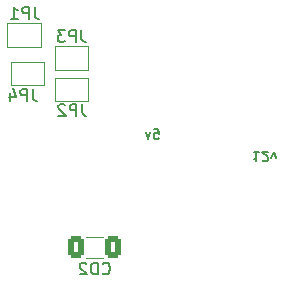
<source format=gbr>
%TF.GenerationSoftware,KiCad,Pcbnew,8.0.3-unknown-202406152119~3f4dc01d97~ubuntu22.04.1*%
%TF.CreationDate,2024-06-18T16:57:28+05:30*%
%TF.ProjectId,SDR-Board,5344522d-426f-4617-9264-2e6b69636164,rev?*%
%TF.SameCoordinates,Original*%
%TF.FileFunction,Legend,Bot*%
%TF.FilePolarity,Positive*%
%FSLAX46Y46*%
G04 Gerber Fmt 4.6, Leading zero omitted, Abs format (unit mm)*
G04 Created by KiCad (PCBNEW 8.0.3-unknown-202406152119~3f4dc01d97~ubuntu22.04.1) date 2024-06-18 16:57:28*
%MOMM*%
%LPD*%
G01*
G04 APERTURE LIST*
G04 Aperture macros list*
%AMRoundRect*
0 Rectangle with rounded corners*
0 $1 Rounding radius*
0 $2 $3 $4 $5 $6 $7 $8 $9 X,Y pos of 4 corners*
0 Add a 4 corners polygon primitive as box body*
4,1,4,$2,$3,$4,$5,$6,$7,$8,$9,$2,$3,0*
0 Add four circle primitives for the rounded corners*
1,1,$1+$1,$2,$3*
1,1,$1+$1,$4,$5*
1,1,$1+$1,$6,$7*
1,1,$1+$1,$8,$9*
0 Add four rect primitives between the rounded corners*
20,1,$1+$1,$2,$3,$4,$5,0*
20,1,$1+$1,$4,$5,$6,$7,0*
20,1,$1+$1,$6,$7,$8,$9,0*
20,1,$1+$1,$8,$9,$2,$3,0*%
%AMFreePoly0*
4,1,6,1.000000,0.000000,0.500000,-0.750000,-0.500000,-0.750000,-0.500000,0.750000,0.500000,0.750000,1.000000,0.000000,1.000000,0.000000,$1*%
%AMFreePoly1*
4,1,6,0.500000,-0.750000,-0.650000,-0.750000,-0.150000,0.000000,-0.650000,0.750000,0.500000,0.750000,0.500000,-0.750000,0.500000,-0.750000,$1*%
G04 Aperture macros list end*
%ADD10C,0.200000*%
%ADD11C,0.150000*%
%ADD12C,0.120000*%
%ADD13C,1.600000*%
%ADD14C,0.800000*%
%ADD15C,6.400000*%
%ADD16R,1.700000X1.700000*%
%ADD17O,1.700000X1.700000*%
%ADD18C,1.800000*%
%ADD19RoundRect,0.250000X0.425000X1.600000X-0.425000X1.600000X-0.425000X-1.600000X0.425000X-1.600000X0*%
%ADD20R,1.600000X1.600000*%
%ADD21O,1.600000X1.600000*%
%ADD22RoundRect,0.250000X-1.600000X0.425000X-1.600000X-0.425000X1.600000X-0.425000X1.600000X0.425000X0*%
%ADD23FreePoly0,0.000000*%
%ADD24FreePoly1,0.000000*%
%ADD25FreePoly0,180.000000*%
%ADD26FreePoly1,180.000000*%
%ADD27RoundRect,0.250000X0.412500X0.650000X-0.412500X0.650000X-0.412500X-0.650000X0.412500X-0.650000X0*%
G04 APERTURE END LIST*
D10*
X125311101Y-76918304D02*
X124853958Y-76918304D01*
X125082530Y-76918304D02*
X125082530Y-77718304D01*
X125082530Y-77718304D02*
X125006339Y-77604019D01*
X125006339Y-77604019D02*
X124930149Y-77527828D01*
X124930149Y-77527828D02*
X124853958Y-77489733D01*
X125615863Y-77642114D02*
X125653959Y-77680209D01*
X125653959Y-77680209D02*
X125730149Y-77718304D01*
X125730149Y-77718304D02*
X125920625Y-77718304D01*
X125920625Y-77718304D02*
X125996816Y-77680209D01*
X125996816Y-77680209D02*
X126034911Y-77642114D01*
X126034911Y-77642114D02*
X126073006Y-77565923D01*
X126073006Y-77565923D02*
X126073006Y-77489733D01*
X126073006Y-77489733D02*
X126034911Y-77375447D01*
X126034911Y-77375447D02*
X125577768Y-76918304D01*
X125577768Y-76918304D02*
X126073006Y-76918304D01*
X126339673Y-77451638D02*
X126530149Y-76918304D01*
X126530149Y-76918304D02*
X126720626Y-77451638D01*
X116406993Y-74991695D02*
X116787945Y-74991695D01*
X116787945Y-74991695D02*
X116826041Y-75372647D01*
X116826041Y-75372647D02*
X116787945Y-75334552D01*
X116787945Y-75334552D02*
X116711755Y-75296457D01*
X116711755Y-75296457D02*
X116521279Y-75296457D01*
X116521279Y-75296457D02*
X116445088Y-75334552D01*
X116445088Y-75334552D02*
X116406993Y-75372647D01*
X116406993Y-75372647D02*
X116368898Y-75448838D01*
X116368898Y-75448838D02*
X116368898Y-75639314D01*
X116368898Y-75639314D02*
X116406993Y-75715504D01*
X116406993Y-75715504D02*
X116445088Y-75753600D01*
X116445088Y-75753600D02*
X116521279Y-75791695D01*
X116521279Y-75791695D02*
X116711755Y-75791695D01*
X116711755Y-75791695D02*
X116787945Y-75753600D01*
X116787945Y-75753600D02*
X116826041Y-75715504D01*
X116102231Y-75258361D02*
X115911755Y-75791695D01*
X115911755Y-75791695D02*
X115721278Y-75258361D01*
D11*
X110313333Y-72874819D02*
X110313333Y-73589104D01*
X110313333Y-73589104D02*
X110360952Y-73731961D01*
X110360952Y-73731961D02*
X110456190Y-73827200D01*
X110456190Y-73827200D02*
X110599047Y-73874819D01*
X110599047Y-73874819D02*
X110694285Y-73874819D01*
X109837142Y-73874819D02*
X109837142Y-72874819D01*
X109837142Y-72874819D02*
X109456190Y-72874819D01*
X109456190Y-72874819D02*
X109360952Y-72922438D01*
X109360952Y-72922438D02*
X109313333Y-72970057D01*
X109313333Y-72970057D02*
X109265714Y-73065295D01*
X109265714Y-73065295D02*
X109265714Y-73208152D01*
X109265714Y-73208152D02*
X109313333Y-73303390D01*
X109313333Y-73303390D02*
X109360952Y-73351009D01*
X109360952Y-73351009D02*
X109456190Y-73398628D01*
X109456190Y-73398628D02*
X109837142Y-73398628D01*
X108884761Y-72970057D02*
X108837142Y-72922438D01*
X108837142Y-72922438D02*
X108741904Y-72874819D01*
X108741904Y-72874819D02*
X108503809Y-72874819D01*
X108503809Y-72874819D02*
X108408571Y-72922438D01*
X108408571Y-72922438D02*
X108360952Y-72970057D01*
X108360952Y-72970057D02*
X108313333Y-73065295D01*
X108313333Y-73065295D02*
X108313333Y-73160533D01*
X108313333Y-73160533D02*
X108360952Y-73303390D01*
X108360952Y-73303390D02*
X108932380Y-73874819D01*
X108932380Y-73874819D02*
X108313333Y-73874819D01*
X106303333Y-64654819D02*
X106303333Y-65369104D01*
X106303333Y-65369104D02*
X106350952Y-65511961D01*
X106350952Y-65511961D02*
X106446190Y-65607200D01*
X106446190Y-65607200D02*
X106589047Y-65654819D01*
X106589047Y-65654819D02*
X106684285Y-65654819D01*
X105827142Y-65654819D02*
X105827142Y-64654819D01*
X105827142Y-64654819D02*
X105446190Y-64654819D01*
X105446190Y-64654819D02*
X105350952Y-64702438D01*
X105350952Y-64702438D02*
X105303333Y-64750057D01*
X105303333Y-64750057D02*
X105255714Y-64845295D01*
X105255714Y-64845295D02*
X105255714Y-64988152D01*
X105255714Y-64988152D02*
X105303333Y-65083390D01*
X105303333Y-65083390D02*
X105350952Y-65131009D01*
X105350952Y-65131009D02*
X105446190Y-65178628D01*
X105446190Y-65178628D02*
X105827142Y-65178628D01*
X104303333Y-65654819D02*
X104874761Y-65654819D01*
X104589047Y-65654819D02*
X104589047Y-64654819D01*
X104589047Y-64654819D02*
X104684285Y-64797676D01*
X104684285Y-64797676D02*
X104779523Y-64892914D01*
X104779523Y-64892914D02*
X104874761Y-64940533D01*
X112056666Y-87199580D02*
X112104285Y-87247200D01*
X112104285Y-87247200D02*
X112247142Y-87294819D01*
X112247142Y-87294819D02*
X112342380Y-87294819D01*
X112342380Y-87294819D02*
X112485237Y-87247200D01*
X112485237Y-87247200D02*
X112580475Y-87151961D01*
X112580475Y-87151961D02*
X112628094Y-87056723D01*
X112628094Y-87056723D02*
X112675713Y-86866247D01*
X112675713Y-86866247D02*
X112675713Y-86723390D01*
X112675713Y-86723390D02*
X112628094Y-86532914D01*
X112628094Y-86532914D02*
X112580475Y-86437676D01*
X112580475Y-86437676D02*
X112485237Y-86342438D01*
X112485237Y-86342438D02*
X112342380Y-86294819D01*
X112342380Y-86294819D02*
X112247142Y-86294819D01*
X112247142Y-86294819D02*
X112104285Y-86342438D01*
X112104285Y-86342438D02*
X112056666Y-86390057D01*
X111628094Y-87294819D02*
X111628094Y-86294819D01*
X111628094Y-86294819D02*
X111389999Y-86294819D01*
X111389999Y-86294819D02*
X111247142Y-86342438D01*
X111247142Y-86342438D02*
X111151904Y-86437676D01*
X111151904Y-86437676D02*
X111104285Y-86532914D01*
X111104285Y-86532914D02*
X111056666Y-86723390D01*
X111056666Y-86723390D02*
X111056666Y-86866247D01*
X111056666Y-86866247D02*
X111104285Y-87056723D01*
X111104285Y-87056723D02*
X111151904Y-87151961D01*
X111151904Y-87151961D02*
X111247142Y-87247200D01*
X111247142Y-87247200D02*
X111389999Y-87294819D01*
X111389999Y-87294819D02*
X111628094Y-87294819D01*
X110675713Y-86390057D02*
X110628094Y-86342438D01*
X110628094Y-86342438D02*
X110532856Y-86294819D01*
X110532856Y-86294819D02*
X110294761Y-86294819D01*
X110294761Y-86294819D02*
X110199523Y-86342438D01*
X110199523Y-86342438D02*
X110151904Y-86390057D01*
X110151904Y-86390057D02*
X110104285Y-86485295D01*
X110104285Y-86485295D02*
X110104285Y-86580533D01*
X110104285Y-86580533D02*
X110151904Y-86723390D01*
X110151904Y-86723390D02*
X110723332Y-87294819D01*
X110723332Y-87294819D02*
X110104285Y-87294819D01*
X110243333Y-66614819D02*
X110243333Y-67329104D01*
X110243333Y-67329104D02*
X110290952Y-67471961D01*
X110290952Y-67471961D02*
X110386190Y-67567200D01*
X110386190Y-67567200D02*
X110529047Y-67614819D01*
X110529047Y-67614819D02*
X110624285Y-67614819D01*
X109767142Y-67614819D02*
X109767142Y-66614819D01*
X109767142Y-66614819D02*
X109386190Y-66614819D01*
X109386190Y-66614819D02*
X109290952Y-66662438D01*
X109290952Y-66662438D02*
X109243333Y-66710057D01*
X109243333Y-66710057D02*
X109195714Y-66805295D01*
X109195714Y-66805295D02*
X109195714Y-66948152D01*
X109195714Y-66948152D02*
X109243333Y-67043390D01*
X109243333Y-67043390D02*
X109290952Y-67091009D01*
X109290952Y-67091009D02*
X109386190Y-67138628D01*
X109386190Y-67138628D02*
X109767142Y-67138628D01*
X108862380Y-66614819D02*
X108243333Y-66614819D01*
X108243333Y-66614819D02*
X108576666Y-66995771D01*
X108576666Y-66995771D02*
X108433809Y-66995771D01*
X108433809Y-66995771D02*
X108338571Y-67043390D01*
X108338571Y-67043390D02*
X108290952Y-67091009D01*
X108290952Y-67091009D02*
X108243333Y-67186247D01*
X108243333Y-67186247D02*
X108243333Y-67424342D01*
X108243333Y-67424342D02*
X108290952Y-67519580D01*
X108290952Y-67519580D02*
X108338571Y-67567200D01*
X108338571Y-67567200D02*
X108433809Y-67614819D01*
X108433809Y-67614819D02*
X108719523Y-67614819D01*
X108719523Y-67614819D02*
X108814761Y-67567200D01*
X108814761Y-67567200D02*
X108862380Y-67519580D01*
X106143333Y-71594819D02*
X106143333Y-72309104D01*
X106143333Y-72309104D02*
X106190952Y-72451961D01*
X106190952Y-72451961D02*
X106286190Y-72547200D01*
X106286190Y-72547200D02*
X106429047Y-72594819D01*
X106429047Y-72594819D02*
X106524285Y-72594819D01*
X105667142Y-72594819D02*
X105667142Y-71594819D01*
X105667142Y-71594819D02*
X105286190Y-71594819D01*
X105286190Y-71594819D02*
X105190952Y-71642438D01*
X105190952Y-71642438D02*
X105143333Y-71690057D01*
X105143333Y-71690057D02*
X105095714Y-71785295D01*
X105095714Y-71785295D02*
X105095714Y-71928152D01*
X105095714Y-71928152D02*
X105143333Y-72023390D01*
X105143333Y-72023390D02*
X105190952Y-72071009D01*
X105190952Y-72071009D02*
X105286190Y-72118628D01*
X105286190Y-72118628D02*
X105667142Y-72118628D01*
X104238571Y-71928152D02*
X104238571Y-72594819D01*
X104476666Y-71547200D02*
X104714761Y-72261485D01*
X104714761Y-72261485D02*
X104095714Y-72261485D01*
D12*
%TO.C,JP2*%
X108020000Y-70630000D02*
X110820000Y-70630000D01*
X108020000Y-72630000D02*
X108020000Y-70630000D01*
X110820000Y-70630000D02*
X110820000Y-72630000D01*
X110820000Y-72630000D02*
X108020000Y-72630000D01*
%TO.C,JP1*%
X104005000Y-66010000D02*
X106805000Y-66010000D01*
X104005000Y-68010000D02*
X104005000Y-66010000D01*
X106805000Y-66010000D02*
X106805000Y-68010000D01*
X106805000Y-68010000D02*
X104005000Y-68010000D01*
%TO.C,CD2*%
X110688748Y-84090000D02*
X112111252Y-84090000D01*
X110688748Y-85910000D02*
X112111252Y-85910000D01*
%TO.C,JP3*%
X108030000Y-67990000D02*
X110830000Y-67990000D01*
X108030000Y-69990000D02*
X108030000Y-67990000D01*
X110830000Y-67990000D02*
X110830000Y-69990000D01*
X110830000Y-69990000D02*
X108030000Y-69990000D01*
%TO.C,JP4*%
X104295000Y-69280000D02*
X107095000Y-69280000D01*
X104295000Y-71280000D02*
X104295000Y-69280000D01*
X107095000Y-69280000D02*
X107095000Y-71280000D01*
X107095000Y-71280000D02*
X104295000Y-71280000D01*
%TD*%
%LPC*%
D13*
%TO.C,C5*%
X97100000Y-65570000D03*
X102100000Y-65570000D03*
%TD*%
D14*
%TO.C,H4*%
X129552944Y-94697056D03*
X130255888Y-93000000D03*
X130255888Y-96394112D03*
X131952944Y-92297056D03*
D15*
X131952944Y-94697056D03*
D14*
X131952944Y-97097056D03*
X133650000Y-93000000D03*
X133650000Y-96394112D03*
X134352944Y-94697056D03*
%TD*%
D16*
%TO.C,J3*%
X100500000Y-89900000D03*
D17*
X100500000Y-92440000D03*
X100500000Y-94980000D03*
%TD*%
D18*
%TO.C,U1*%
X97600000Y-83880000D03*
X97600000Y-81340000D03*
X97600000Y-78800000D03*
X97600000Y-76260000D03*
X97600000Y-73720000D03*
X97600000Y-71180000D03*
X97600000Y-68640000D03*
%TD*%
D13*
%TO.C,C7*%
X102000000Y-82000000D03*
X102000000Y-77000000D03*
%TD*%
D19*
%TO.C,RX1*%
X106415000Y-55982500D03*
X112065000Y-55982500D03*
%TD*%
D20*
%TO.C,D3*%
X104244315Y-62750000D03*
D21*
X106784315Y-62750000D03*
%TD*%
D20*
%TO.C,C8*%
X125600000Y-75250000D03*
D13*
X125600000Y-72750000D03*
%TD*%
D14*
%TO.C,H2*%
X92402944Y-57302944D03*
X93105888Y-55605888D03*
X93105888Y-59000000D03*
X94802944Y-54902944D03*
D15*
X94802944Y-57302944D03*
D14*
X94802944Y-59702944D03*
X96500000Y-55605888D03*
X96500000Y-59000000D03*
X97202944Y-57302944D03*
%TD*%
D20*
%TO.C,C15*%
X122820000Y-93484888D03*
D13*
X122820000Y-95984888D03*
%TD*%
D16*
%TO.C,J1*%
X93200000Y-76275000D03*
D17*
X93200000Y-78815000D03*
X93200000Y-81355000D03*
%TD*%
D13*
%TO.C,C6*%
X116650000Y-70730000D03*
X116650000Y-65730000D03*
%TD*%
D22*
%TO.C,TX1*%
X93350000Y-73225000D03*
X93350000Y-67575000D03*
%TD*%
D14*
%TO.C,H1*%
X129700000Y-57350000D03*
X130402944Y-55652944D03*
X130402944Y-59047056D03*
X132100000Y-54950000D03*
D15*
X132100000Y-57350000D03*
D14*
X132100000Y-59750000D03*
X133797056Y-55652944D03*
X133797056Y-59047056D03*
X134500000Y-57350000D03*
%TD*%
D20*
%TO.C,D2*%
X106781370Y-59770000D03*
D21*
X104241370Y-59770000D03*
%TD*%
D20*
%TO.C,C13*%
X125150000Y-82245113D03*
D13*
X125150000Y-79745113D03*
%TD*%
D16*
%TO.C,J2*%
X125400000Y-58475000D03*
D17*
X125400000Y-55935000D03*
%TD*%
D14*
%TO.C,H3*%
X92452944Y-94697056D03*
X93155888Y-93000000D03*
X93155888Y-96394112D03*
X94852944Y-92297056D03*
D15*
X94852944Y-94697056D03*
D14*
X94852944Y-97097056D03*
X96550000Y-93000000D03*
X96550000Y-96394112D03*
X97252944Y-94697056D03*
%TD*%
D13*
%TO.C,C4*%
X102000000Y-74070000D03*
X102000000Y-69070000D03*
%TD*%
D23*
%TO.C,JP2*%
X108695000Y-71630000D03*
D24*
X110145000Y-71630000D03*
%TD*%
D25*
%TO.C,JP1*%
X106130000Y-67010000D03*
D26*
X104680000Y-67010000D03*
%TD*%
D27*
%TO.C,CD2*%
X112962500Y-85000000D03*
X109837500Y-85000000D03*
%TD*%
D23*
%TO.C,JP3*%
X108705000Y-68990000D03*
D24*
X110155000Y-68990000D03*
%TD*%
D25*
%TO.C,JP4*%
X106420000Y-70280000D03*
D26*
X104970000Y-70280000D03*
%TD*%
%LPD*%
M02*

</source>
